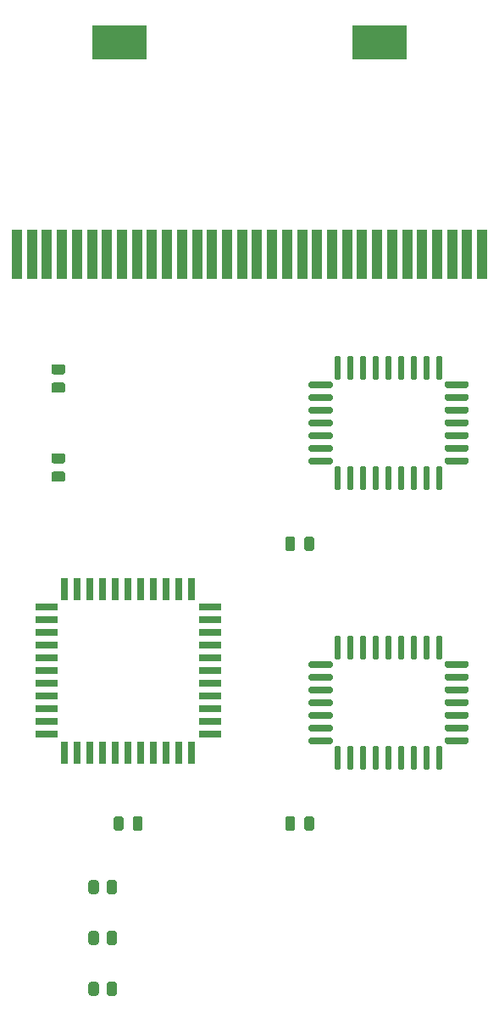
<source format=gtp>
%TF.GenerationSoftware,KiCad,Pcbnew,(5.1.10-1-10_14)*%
%TF.CreationDate,2023-03-15T03:50:06+08:00*%
%TF.ProjectId,GB_MemoryBackup_Mainboard,47425f4d-656d-46f7-9279-4261636b7570,1.0*%
%TF.SameCoordinates,Original*%
%TF.FileFunction,Paste,Top*%
%TF.FilePolarity,Positive*%
%FSLAX46Y46*%
G04 Gerber Fmt 4.6, Leading zero omitted, Abs format (unit mm)*
G04 Created by KiCad (PCBNEW (5.1.10-1-10_14)) date 2023-03-15 03:50:06*
%MOMM*%
%LPD*%
G01*
G04 APERTURE LIST*
%ADD10R,0.760000X2.300000*%
%ADD11R,2.300000X0.760000*%
%ADD12R,5.500000X3.500000*%
%ADD13R,1.000000X5.000000*%
G04 APERTURE END LIST*
%TO.C,U2*%
G36*
G01*
X97757000Y-79685000D02*
X95667000Y-79685000D01*
G75*
G02*
X95512000Y-79530000I0J155000D01*
G01*
X95512000Y-79220000D01*
G75*
G02*
X95667000Y-79065000I155000J0D01*
G01*
X97757000Y-79065000D01*
G75*
G02*
X97912000Y-79220000I0J-155000D01*
G01*
X97912000Y-79530000D01*
G75*
G02*
X97757000Y-79685000I-155000J0D01*
G01*
G37*
G36*
G01*
X97757000Y-78415000D02*
X95667000Y-78415000D01*
G75*
G02*
X95512000Y-78260000I0J155000D01*
G01*
X95512000Y-77950000D01*
G75*
G02*
X95667000Y-77795000I155000J0D01*
G01*
X97757000Y-77795000D01*
G75*
G02*
X97912000Y-77950000I0J-155000D01*
G01*
X97912000Y-78260000D01*
G75*
G02*
X97757000Y-78415000I-155000J0D01*
G01*
G37*
G36*
G01*
X97757000Y-77145000D02*
X95667000Y-77145000D01*
G75*
G02*
X95512000Y-76990000I0J155000D01*
G01*
X95512000Y-76680000D01*
G75*
G02*
X95667000Y-76525000I155000J0D01*
G01*
X97757000Y-76525000D01*
G75*
G02*
X97912000Y-76680000I0J-155000D01*
G01*
X97912000Y-76990000D01*
G75*
G02*
X97757000Y-77145000I-155000J0D01*
G01*
G37*
G36*
G01*
X98580000Y-76342000D02*
X98270000Y-76342000D01*
G75*
G02*
X98115000Y-76187000I0J155000D01*
G01*
X98115000Y-74097000D01*
G75*
G02*
X98270000Y-73942000I155000J0D01*
G01*
X98580000Y-73942000D01*
G75*
G02*
X98735000Y-74097000I0J-155000D01*
G01*
X98735000Y-76187000D01*
G75*
G02*
X98580000Y-76342000I-155000J0D01*
G01*
G37*
G36*
G01*
X99850000Y-76342000D02*
X99540000Y-76342000D01*
G75*
G02*
X99385000Y-76187000I0J155000D01*
G01*
X99385000Y-74097000D01*
G75*
G02*
X99540000Y-73942000I155000J0D01*
G01*
X99850000Y-73942000D01*
G75*
G02*
X100005000Y-74097000I0J-155000D01*
G01*
X100005000Y-76187000D01*
G75*
G02*
X99850000Y-76342000I-155000J0D01*
G01*
G37*
G36*
G01*
X101120000Y-76342000D02*
X100810000Y-76342000D01*
G75*
G02*
X100655000Y-76187000I0J155000D01*
G01*
X100655000Y-74097000D01*
G75*
G02*
X100810000Y-73942000I155000J0D01*
G01*
X101120000Y-73942000D01*
G75*
G02*
X101275000Y-74097000I0J-155000D01*
G01*
X101275000Y-76187000D01*
G75*
G02*
X101120000Y-76342000I-155000J0D01*
G01*
G37*
G36*
G01*
X102390000Y-76342000D02*
X102080000Y-76342000D01*
G75*
G02*
X101925000Y-76187000I0J155000D01*
G01*
X101925000Y-74097000D01*
G75*
G02*
X102080000Y-73942000I155000J0D01*
G01*
X102390000Y-73942000D01*
G75*
G02*
X102545000Y-74097000I0J-155000D01*
G01*
X102545000Y-76187000D01*
G75*
G02*
X102390000Y-76342000I-155000J0D01*
G01*
G37*
G36*
G01*
X103660000Y-76342000D02*
X103350000Y-76342000D01*
G75*
G02*
X103195000Y-76187000I0J155000D01*
G01*
X103195000Y-74097000D01*
G75*
G02*
X103350000Y-73942000I155000J0D01*
G01*
X103660000Y-73942000D01*
G75*
G02*
X103815000Y-74097000I0J-155000D01*
G01*
X103815000Y-76187000D01*
G75*
G02*
X103660000Y-76342000I-155000J0D01*
G01*
G37*
G36*
G01*
X104930000Y-76342000D02*
X104620000Y-76342000D01*
G75*
G02*
X104465000Y-76187000I0J155000D01*
G01*
X104465000Y-74097000D01*
G75*
G02*
X104620000Y-73942000I155000J0D01*
G01*
X104930000Y-73942000D01*
G75*
G02*
X105085000Y-74097000I0J-155000D01*
G01*
X105085000Y-76187000D01*
G75*
G02*
X104930000Y-76342000I-155000J0D01*
G01*
G37*
G36*
G01*
X106200000Y-76342000D02*
X105890000Y-76342000D01*
G75*
G02*
X105735000Y-76187000I0J155000D01*
G01*
X105735000Y-74097000D01*
G75*
G02*
X105890000Y-73942000I155000J0D01*
G01*
X106200000Y-73942000D01*
G75*
G02*
X106355000Y-74097000I0J-155000D01*
G01*
X106355000Y-76187000D01*
G75*
G02*
X106200000Y-76342000I-155000J0D01*
G01*
G37*
G36*
G01*
X107470000Y-76342000D02*
X107160000Y-76342000D01*
G75*
G02*
X107005000Y-76187000I0J155000D01*
G01*
X107005000Y-74097000D01*
G75*
G02*
X107160000Y-73942000I155000J0D01*
G01*
X107470000Y-73942000D01*
G75*
G02*
X107625000Y-74097000I0J-155000D01*
G01*
X107625000Y-76187000D01*
G75*
G02*
X107470000Y-76342000I-155000J0D01*
G01*
G37*
G36*
G01*
X108740000Y-76342000D02*
X108430000Y-76342000D01*
G75*
G02*
X108275000Y-76187000I0J155000D01*
G01*
X108275000Y-74097000D01*
G75*
G02*
X108430000Y-73942000I155000J0D01*
G01*
X108740000Y-73942000D01*
G75*
G02*
X108895000Y-74097000I0J-155000D01*
G01*
X108895000Y-76187000D01*
G75*
G02*
X108740000Y-76342000I-155000J0D01*
G01*
G37*
G36*
G01*
X111343000Y-77145000D02*
X109253000Y-77145000D01*
G75*
G02*
X109098000Y-76990000I0J155000D01*
G01*
X109098000Y-76680000D01*
G75*
G02*
X109253000Y-76525000I155000J0D01*
G01*
X111343000Y-76525000D01*
G75*
G02*
X111498000Y-76680000I0J-155000D01*
G01*
X111498000Y-76990000D01*
G75*
G02*
X111343000Y-77145000I-155000J0D01*
G01*
G37*
G36*
G01*
X111343000Y-78415000D02*
X109253000Y-78415000D01*
G75*
G02*
X109098000Y-78260000I0J155000D01*
G01*
X109098000Y-77950000D01*
G75*
G02*
X109253000Y-77795000I155000J0D01*
G01*
X111343000Y-77795000D01*
G75*
G02*
X111498000Y-77950000I0J-155000D01*
G01*
X111498000Y-78260000D01*
G75*
G02*
X111343000Y-78415000I-155000J0D01*
G01*
G37*
G36*
G01*
X111343000Y-79685000D02*
X109253000Y-79685000D01*
G75*
G02*
X109098000Y-79530000I0J155000D01*
G01*
X109098000Y-79220000D01*
G75*
G02*
X109253000Y-79065000I155000J0D01*
G01*
X111343000Y-79065000D01*
G75*
G02*
X111498000Y-79220000I0J-155000D01*
G01*
X111498000Y-79530000D01*
G75*
G02*
X111343000Y-79685000I-155000J0D01*
G01*
G37*
G36*
G01*
X111343000Y-80955000D02*
X109253000Y-80955000D01*
G75*
G02*
X109098000Y-80800000I0J155000D01*
G01*
X109098000Y-80490000D01*
G75*
G02*
X109253000Y-80335000I155000J0D01*
G01*
X111343000Y-80335000D01*
G75*
G02*
X111498000Y-80490000I0J-155000D01*
G01*
X111498000Y-80800000D01*
G75*
G02*
X111343000Y-80955000I-155000J0D01*
G01*
G37*
G36*
G01*
X111343000Y-82225000D02*
X109253000Y-82225000D01*
G75*
G02*
X109098000Y-82070000I0J155000D01*
G01*
X109098000Y-81760000D01*
G75*
G02*
X109253000Y-81605000I155000J0D01*
G01*
X111343000Y-81605000D01*
G75*
G02*
X111498000Y-81760000I0J-155000D01*
G01*
X111498000Y-82070000D01*
G75*
G02*
X111343000Y-82225000I-155000J0D01*
G01*
G37*
G36*
G01*
X111343000Y-83495000D02*
X109253000Y-83495000D01*
G75*
G02*
X109098000Y-83340000I0J155000D01*
G01*
X109098000Y-83030000D01*
G75*
G02*
X109253000Y-82875000I155000J0D01*
G01*
X111343000Y-82875000D01*
G75*
G02*
X111498000Y-83030000I0J-155000D01*
G01*
X111498000Y-83340000D01*
G75*
G02*
X111343000Y-83495000I-155000J0D01*
G01*
G37*
G36*
G01*
X111343000Y-84765000D02*
X109253000Y-84765000D01*
G75*
G02*
X109098000Y-84610000I0J155000D01*
G01*
X109098000Y-84300000D01*
G75*
G02*
X109253000Y-84145000I155000J0D01*
G01*
X111343000Y-84145000D01*
G75*
G02*
X111498000Y-84300000I0J-155000D01*
G01*
X111498000Y-84610000D01*
G75*
G02*
X111343000Y-84765000I-155000J0D01*
G01*
G37*
G36*
G01*
X108740000Y-87348000D02*
X108430000Y-87348000D01*
G75*
G02*
X108275000Y-87193000I0J155000D01*
G01*
X108275000Y-85103000D01*
G75*
G02*
X108430000Y-84948000I155000J0D01*
G01*
X108740000Y-84948000D01*
G75*
G02*
X108895000Y-85103000I0J-155000D01*
G01*
X108895000Y-87193000D01*
G75*
G02*
X108740000Y-87348000I-155000J0D01*
G01*
G37*
G36*
G01*
X107470000Y-87348000D02*
X107160000Y-87348000D01*
G75*
G02*
X107005000Y-87193000I0J155000D01*
G01*
X107005000Y-85103000D01*
G75*
G02*
X107160000Y-84948000I155000J0D01*
G01*
X107470000Y-84948000D01*
G75*
G02*
X107625000Y-85103000I0J-155000D01*
G01*
X107625000Y-87193000D01*
G75*
G02*
X107470000Y-87348000I-155000J0D01*
G01*
G37*
G36*
G01*
X106200000Y-87348000D02*
X105890000Y-87348000D01*
G75*
G02*
X105735000Y-87193000I0J155000D01*
G01*
X105735000Y-85103000D01*
G75*
G02*
X105890000Y-84948000I155000J0D01*
G01*
X106200000Y-84948000D01*
G75*
G02*
X106355000Y-85103000I0J-155000D01*
G01*
X106355000Y-87193000D01*
G75*
G02*
X106200000Y-87348000I-155000J0D01*
G01*
G37*
G36*
G01*
X104930000Y-87348000D02*
X104620000Y-87348000D01*
G75*
G02*
X104465000Y-87193000I0J155000D01*
G01*
X104465000Y-85103000D01*
G75*
G02*
X104620000Y-84948000I155000J0D01*
G01*
X104930000Y-84948000D01*
G75*
G02*
X105085000Y-85103000I0J-155000D01*
G01*
X105085000Y-87193000D01*
G75*
G02*
X104930000Y-87348000I-155000J0D01*
G01*
G37*
G36*
G01*
X103660000Y-87348000D02*
X103350000Y-87348000D01*
G75*
G02*
X103195000Y-87193000I0J155000D01*
G01*
X103195000Y-85103000D01*
G75*
G02*
X103350000Y-84948000I155000J0D01*
G01*
X103660000Y-84948000D01*
G75*
G02*
X103815000Y-85103000I0J-155000D01*
G01*
X103815000Y-87193000D01*
G75*
G02*
X103660000Y-87348000I-155000J0D01*
G01*
G37*
G36*
G01*
X102390000Y-87348000D02*
X102080000Y-87348000D01*
G75*
G02*
X101925000Y-87193000I0J155000D01*
G01*
X101925000Y-85103000D01*
G75*
G02*
X102080000Y-84948000I155000J0D01*
G01*
X102390000Y-84948000D01*
G75*
G02*
X102545000Y-85103000I0J-155000D01*
G01*
X102545000Y-87193000D01*
G75*
G02*
X102390000Y-87348000I-155000J0D01*
G01*
G37*
G36*
G01*
X101120000Y-87348000D02*
X100810000Y-87348000D01*
G75*
G02*
X100655000Y-87193000I0J155000D01*
G01*
X100655000Y-85103000D01*
G75*
G02*
X100810000Y-84948000I155000J0D01*
G01*
X101120000Y-84948000D01*
G75*
G02*
X101275000Y-85103000I0J-155000D01*
G01*
X101275000Y-87193000D01*
G75*
G02*
X101120000Y-87348000I-155000J0D01*
G01*
G37*
G36*
G01*
X99850000Y-87348000D02*
X99540000Y-87348000D01*
G75*
G02*
X99385000Y-87193000I0J155000D01*
G01*
X99385000Y-85103000D01*
G75*
G02*
X99540000Y-84948000I155000J0D01*
G01*
X99850000Y-84948000D01*
G75*
G02*
X100005000Y-85103000I0J-155000D01*
G01*
X100005000Y-87193000D01*
G75*
G02*
X99850000Y-87348000I-155000J0D01*
G01*
G37*
G36*
G01*
X98580000Y-87348000D02*
X98270000Y-87348000D01*
G75*
G02*
X98115000Y-87193000I0J155000D01*
G01*
X98115000Y-85103000D01*
G75*
G02*
X98270000Y-84948000I155000J0D01*
G01*
X98580000Y-84948000D01*
G75*
G02*
X98735000Y-85103000I0J-155000D01*
G01*
X98735000Y-87193000D01*
G75*
G02*
X98580000Y-87348000I-155000J0D01*
G01*
G37*
G36*
G01*
X97757000Y-84765000D02*
X95667000Y-84765000D01*
G75*
G02*
X95512000Y-84610000I0J155000D01*
G01*
X95512000Y-84300000D01*
G75*
G02*
X95667000Y-84145000I155000J0D01*
G01*
X97757000Y-84145000D01*
G75*
G02*
X97912000Y-84300000I0J-155000D01*
G01*
X97912000Y-84610000D01*
G75*
G02*
X97757000Y-84765000I-155000J0D01*
G01*
G37*
G36*
G01*
X97757000Y-83495000D02*
X95667000Y-83495000D01*
G75*
G02*
X95512000Y-83340000I0J155000D01*
G01*
X95512000Y-83030000D01*
G75*
G02*
X95667000Y-82875000I155000J0D01*
G01*
X97757000Y-82875000D01*
G75*
G02*
X97912000Y-83030000I0J-155000D01*
G01*
X97912000Y-83340000D01*
G75*
G02*
X97757000Y-83495000I-155000J0D01*
G01*
G37*
G36*
G01*
X97757000Y-82225000D02*
X95667000Y-82225000D01*
G75*
G02*
X95512000Y-82070000I0J155000D01*
G01*
X95512000Y-81760000D01*
G75*
G02*
X95667000Y-81605000I155000J0D01*
G01*
X97757000Y-81605000D01*
G75*
G02*
X97912000Y-81760000I0J-155000D01*
G01*
X97912000Y-82070000D01*
G75*
G02*
X97757000Y-82225000I-155000J0D01*
G01*
G37*
G36*
G01*
X97757000Y-80955000D02*
X95667000Y-80955000D01*
G75*
G02*
X95512000Y-80800000I0J155000D01*
G01*
X95512000Y-80490000D01*
G75*
G02*
X95667000Y-80335000I155000J0D01*
G01*
X97757000Y-80335000D01*
G75*
G02*
X97912000Y-80490000I0J-155000D01*
G01*
X97912000Y-80800000D01*
G75*
G02*
X97757000Y-80955000I-155000J0D01*
G01*
G37*
%TD*%
%TO.C,U1*%
G36*
G01*
X97757000Y-107625000D02*
X95667000Y-107625000D01*
G75*
G02*
X95512000Y-107470000I0J155000D01*
G01*
X95512000Y-107160000D01*
G75*
G02*
X95667000Y-107005000I155000J0D01*
G01*
X97757000Y-107005000D01*
G75*
G02*
X97912000Y-107160000I0J-155000D01*
G01*
X97912000Y-107470000D01*
G75*
G02*
X97757000Y-107625000I-155000J0D01*
G01*
G37*
G36*
G01*
X97757000Y-106355000D02*
X95667000Y-106355000D01*
G75*
G02*
X95512000Y-106200000I0J155000D01*
G01*
X95512000Y-105890000D01*
G75*
G02*
X95667000Y-105735000I155000J0D01*
G01*
X97757000Y-105735000D01*
G75*
G02*
X97912000Y-105890000I0J-155000D01*
G01*
X97912000Y-106200000D01*
G75*
G02*
X97757000Y-106355000I-155000J0D01*
G01*
G37*
G36*
G01*
X97757000Y-105085000D02*
X95667000Y-105085000D01*
G75*
G02*
X95512000Y-104930000I0J155000D01*
G01*
X95512000Y-104620000D01*
G75*
G02*
X95667000Y-104465000I155000J0D01*
G01*
X97757000Y-104465000D01*
G75*
G02*
X97912000Y-104620000I0J-155000D01*
G01*
X97912000Y-104930000D01*
G75*
G02*
X97757000Y-105085000I-155000J0D01*
G01*
G37*
G36*
G01*
X98580000Y-104282000D02*
X98270000Y-104282000D01*
G75*
G02*
X98115000Y-104127000I0J155000D01*
G01*
X98115000Y-102037000D01*
G75*
G02*
X98270000Y-101882000I155000J0D01*
G01*
X98580000Y-101882000D01*
G75*
G02*
X98735000Y-102037000I0J-155000D01*
G01*
X98735000Y-104127000D01*
G75*
G02*
X98580000Y-104282000I-155000J0D01*
G01*
G37*
G36*
G01*
X99850000Y-104282000D02*
X99540000Y-104282000D01*
G75*
G02*
X99385000Y-104127000I0J155000D01*
G01*
X99385000Y-102037000D01*
G75*
G02*
X99540000Y-101882000I155000J0D01*
G01*
X99850000Y-101882000D01*
G75*
G02*
X100005000Y-102037000I0J-155000D01*
G01*
X100005000Y-104127000D01*
G75*
G02*
X99850000Y-104282000I-155000J0D01*
G01*
G37*
G36*
G01*
X101120000Y-104282000D02*
X100810000Y-104282000D01*
G75*
G02*
X100655000Y-104127000I0J155000D01*
G01*
X100655000Y-102037000D01*
G75*
G02*
X100810000Y-101882000I155000J0D01*
G01*
X101120000Y-101882000D01*
G75*
G02*
X101275000Y-102037000I0J-155000D01*
G01*
X101275000Y-104127000D01*
G75*
G02*
X101120000Y-104282000I-155000J0D01*
G01*
G37*
G36*
G01*
X102390000Y-104282000D02*
X102080000Y-104282000D01*
G75*
G02*
X101925000Y-104127000I0J155000D01*
G01*
X101925000Y-102037000D01*
G75*
G02*
X102080000Y-101882000I155000J0D01*
G01*
X102390000Y-101882000D01*
G75*
G02*
X102545000Y-102037000I0J-155000D01*
G01*
X102545000Y-104127000D01*
G75*
G02*
X102390000Y-104282000I-155000J0D01*
G01*
G37*
G36*
G01*
X103660000Y-104282000D02*
X103350000Y-104282000D01*
G75*
G02*
X103195000Y-104127000I0J155000D01*
G01*
X103195000Y-102037000D01*
G75*
G02*
X103350000Y-101882000I155000J0D01*
G01*
X103660000Y-101882000D01*
G75*
G02*
X103815000Y-102037000I0J-155000D01*
G01*
X103815000Y-104127000D01*
G75*
G02*
X103660000Y-104282000I-155000J0D01*
G01*
G37*
G36*
G01*
X104930000Y-104282000D02*
X104620000Y-104282000D01*
G75*
G02*
X104465000Y-104127000I0J155000D01*
G01*
X104465000Y-102037000D01*
G75*
G02*
X104620000Y-101882000I155000J0D01*
G01*
X104930000Y-101882000D01*
G75*
G02*
X105085000Y-102037000I0J-155000D01*
G01*
X105085000Y-104127000D01*
G75*
G02*
X104930000Y-104282000I-155000J0D01*
G01*
G37*
G36*
G01*
X106200000Y-104282000D02*
X105890000Y-104282000D01*
G75*
G02*
X105735000Y-104127000I0J155000D01*
G01*
X105735000Y-102037000D01*
G75*
G02*
X105890000Y-101882000I155000J0D01*
G01*
X106200000Y-101882000D01*
G75*
G02*
X106355000Y-102037000I0J-155000D01*
G01*
X106355000Y-104127000D01*
G75*
G02*
X106200000Y-104282000I-155000J0D01*
G01*
G37*
G36*
G01*
X107470000Y-104282000D02*
X107160000Y-104282000D01*
G75*
G02*
X107005000Y-104127000I0J155000D01*
G01*
X107005000Y-102037000D01*
G75*
G02*
X107160000Y-101882000I155000J0D01*
G01*
X107470000Y-101882000D01*
G75*
G02*
X107625000Y-102037000I0J-155000D01*
G01*
X107625000Y-104127000D01*
G75*
G02*
X107470000Y-104282000I-155000J0D01*
G01*
G37*
G36*
G01*
X108740000Y-104282000D02*
X108430000Y-104282000D01*
G75*
G02*
X108275000Y-104127000I0J155000D01*
G01*
X108275000Y-102037000D01*
G75*
G02*
X108430000Y-101882000I155000J0D01*
G01*
X108740000Y-101882000D01*
G75*
G02*
X108895000Y-102037000I0J-155000D01*
G01*
X108895000Y-104127000D01*
G75*
G02*
X108740000Y-104282000I-155000J0D01*
G01*
G37*
G36*
G01*
X111343000Y-105085000D02*
X109253000Y-105085000D01*
G75*
G02*
X109098000Y-104930000I0J155000D01*
G01*
X109098000Y-104620000D01*
G75*
G02*
X109253000Y-104465000I155000J0D01*
G01*
X111343000Y-104465000D01*
G75*
G02*
X111498000Y-104620000I0J-155000D01*
G01*
X111498000Y-104930000D01*
G75*
G02*
X111343000Y-105085000I-155000J0D01*
G01*
G37*
G36*
G01*
X111343000Y-106355000D02*
X109253000Y-106355000D01*
G75*
G02*
X109098000Y-106200000I0J155000D01*
G01*
X109098000Y-105890000D01*
G75*
G02*
X109253000Y-105735000I155000J0D01*
G01*
X111343000Y-105735000D01*
G75*
G02*
X111498000Y-105890000I0J-155000D01*
G01*
X111498000Y-106200000D01*
G75*
G02*
X111343000Y-106355000I-155000J0D01*
G01*
G37*
G36*
G01*
X111343000Y-107625000D02*
X109253000Y-107625000D01*
G75*
G02*
X109098000Y-107470000I0J155000D01*
G01*
X109098000Y-107160000D01*
G75*
G02*
X109253000Y-107005000I155000J0D01*
G01*
X111343000Y-107005000D01*
G75*
G02*
X111498000Y-107160000I0J-155000D01*
G01*
X111498000Y-107470000D01*
G75*
G02*
X111343000Y-107625000I-155000J0D01*
G01*
G37*
G36*
G01*
X111343000Y-108895000D02*
X109253000Y-108895000D01*
G75*
G02*
X109098000Y-108740000I0J155000D01*
G01*
X109098000Y-108430000D01*
G75*
G02*
X109253000Y-108275000I155000J0D01*
G01*
X111343000Y-108275000D01*
G75*
G02*
X111498000Y-108430000I0J-155000D01*
G01*
X111498000Y-108740000D01*
G75*
G02*
X111343000Y-108895000I-155000J0D01*
G01*
G37*
G36*
G01*
X111343000Y-110165000D02*
X109253000Y-110165000D01*
G75*
G02*
X109098000Y-110010000I0J155000D01*
G01*
X109098000Y-109700000D01*
G75*
G02*
X109253000Y-109545000I155000J0D01*
G01*
X111343000Y-109545000D01*
G75*
G02*
X111498000Y-109700000I0J-155000D01*
G01*
X111498000Y-110010000D01*
G75*
G02*
X111343000Y-110165000I-155000J0D01*
G01*
G37*
G36*
G01*
X111343000Y-111435000D02*
X109253000Y-111435000D01*
G75*
G02*
X109098000Y-111280000I0J155000D01*
G01*
X109098000Y-110970000D01*
G75*
G02*
X109253000Y-110815000I155000J0D01*
G01*
X111343000Y-110815000D01*
G75*
G02*
X111498000Y-110970000I0J-155000D01*
G01*
X111498000Y-111280000D01*
G75*
G02*
X111343000Y-111435000I-155000J0D01*
G01*
G37*
G36*
G01*
X111343000Y-112705000D02*
X109253000Y-112705000D01*
G75*
G02*
X109098000Y-112550000I0J155000D01*
G01*
X109098000Y-112240000D01*
G75*
G02*
X109253000Y-112085000I155000J0D01*
G01*
X111343000Y-112085000D01*
G75*
G02*
X111498000Y-112240000I0J-155000D01*
G01*
X111498000Y-112550000D01*
G75*
G02*
X111343000Y-112705000I-155000J0D01*
G01*
G37*
G36*
G01*
X108740000Y-115288000D02*
X108430000Y-115288000D01*
G75*
G02*
X108275000Y-115133000I0J155000D01*
G01*
X108275000Y-113043000D01*
G75*
G02*
X108430000Y-112888000I155000J0D01*
G01*
X108740000Y-112888000D01*
G75*
G02*
X108895000Y-113043000I0J-155000D01*
G01*
X108895000Y-115133000D01*
G75*
G02*
X108740000Y-115288000I-155000J0D01*
G01*
G37*
G36*
G01*
X107470000Y-115288000D02*
X107160000Y-115288000D01*
G75*
G02*
X107005000Y-115133000I0J155000D01*
G01*
X107005000Y-113043000D01*
G75*
G02*
X107160000Y-112888000I155000J0D01*
G01*
X107470000Y-112888000D01*
G75*
G02*
X107625000Y-113043000I0J-155000D01*
G01*
X107625000Y-115133000D01*
G75*
G02*
X107470000Y-115288000I-155000J0D01*
G01*
G37*
G36*
G01*
X106200000Y-115288000D02*
X105890000Y-115288000D01*
G75*
G02*
X105735000Y-115133000I0J155000D01*
G01*
X105735000Y-113043000D01*
G75*
G02*
X105890000Y-112888000I155000J0D01*
G01*
X106200000Y-112888000D01*
G75*
G02*
X106355000Y-113043000I0J-155000D01*
G01*
X106355000Y-115133000D01*
G75*
G02*
X106200000Y-115288000I-155000J0D01*
G01*
G37*
G36*
G01*
X104930000Y-115288000D02*
X104620000Y-115288000D01*
G75*
G02*
X104465000Y-115133000I0J155000D01*
G01*
X104465000Y-113043000D01*
G75*
G02*
X104620000Y-112888000I155000J0D01*
G01*
X104930000Y-112888000D01*
G75*
G02*
X105085000Y-113043000I0J-155000D01*
G01*
X105085000Y-115133000D01*
G75*
G02*
X104930000Y-115288000I-155000J0D01*
G01*
G37*
G36*
G01*
X103660000Y-115288000D02*
X103350000Y-115288000D01*
G75*
G02*
X103195000Y-115133000I0J155000D01*
G01*
X103195000Y-113043000D01*
G75*
G02*
X103350000Y-112888000I155000J0D01*
G01*
X103660000Y-112888000D01*
G75*
G02*
X103815000Y-113043000I0J-155000D01*
G01*
X103815000Y-115133000D01*
G75*
G02*
X103660000Y-115288000I-155000J0D01*
G01*
G37*
G36*
G01*
X102390000Y-115288000D02*
X102080000Y-115288000D01*
G75*
G02*
X101925000Y-115133000I0J155000D01*
G01*
X101925000Y-113043000D01*
G75*
G02*
X102080000Y-112888000I155000J0D01*
G01*
X102390000Y-112888000D01*
G75*
G02*
X102545000Y-113043000I0J-155000D01*
G01*
X102545000Y-115133000D01*
G75*
G02*
X102390000Y-115288000I-155000J0D01*
G01*
G37*
G36*
G01*
X101120000Y-115288000D02*
X100810000Y-115288000D01*
G75*
G02*
X100655000Y-115133000I0J155000D01*
G01*
X100655000Y-113043000D01*
G75*
G02*
X100810000Y-112888000I155000J0D01*
G01*
X101120000Y-112888000D01*
G75*
G02*
X101275000Y-113043000I0J-155000D01*
G01*
X101275000Y-115133000D01*
G75*
G02*
X101120000Y-115288000I-155000J0D01*
G01*
G37*
G36*
G01*
X99850000Y-115288000D02*
X99540000Y-115288000D01*
G75*
G02*
X99385000Y-115133000I0J155000D01*
G01*
X99385000Y-113043000D01*
G75*
G02*
X99540000Y-112888000I155000J0D01*
G01*
X99850000Y-112888000D01*
G75*
G02*
X100005000Y-113043000I0J-155000D01*
G01*
X100005000Y-115133000D01*
G75*
G02*
X99850000Y-115288000I-155000J0D01*
G01*
G37*
G36*
G01*
X98580000Y-115288000D02*
X98270000Y-115288000D01*
G75*
G02*
X98115000Y-115133000I0J155000D01*
G01*
X98115000Y-113043000D01*
G75*
G02*
X98270000Y-112888000I155000J0D01*
G01*
X98580000Y-112888000D01*
G75*
G02*
X98735000Y-113043000I0J-155000D01*
G01*
X98735000Y-115133000D01*
G75*
G02*
X98580000Y-115288000I-155000J0D01*
G01*
G37*
G36*
G01*
X97757000Y-112705000D02*
X95667000Y-112705000D01*
G75*
G02*
X95512000Y-112550000I0J155000D01*
G01*
X95512000Y-112240000D01*
G75*
G02*
X95667000Y-112085000I155000J0D01*
G01*
X97757000Y-112085000D01*
G75*
G02*
X97912000Y-112240000I0J-155000D01*
G01*
X97912000Y-112550000D01*
G75*
G02*
X97757000Y-112705000I-155000J0D01*
G01*
G37*
G36*
G01*
X97757000Y-111435000D02*
X95667000Y-111435000D01*
G75*
G02*
X95512000Y-111280000I0J155000D01*
G01*
X95512000Y-110970000D01*
G75*
G02*
X95667000Y-110815000I155000J0D01*
G01*
X97757000Y-110815000D01*
G75*
G02*
X97912000Y-110970000I0J-155000D01*
G01*
X97912000Y-111280000D01*
G75*
G02*
X97757000Y-111435000I-155000J0D01*
G01*
G37*
G36*
G01*
X97757000Y-110165000D02*
X95667000Y-110165000D01*
G75*
G02*
X95512000Y-110010000I0J155000D01*
G01*
X95512000Y-109700000D01*
G75*
G02*
X95667000Y-109545000I155000J0D01*
G01*
X97757000Y-109545000D01*
G75*
G02*
X97912000Y-109700000I0J-155000D01*
G01*
X97912000Y-110010000D01*
G75*
G02*
X97757000Y-110165000I-155000J0D01*
G01*
G37*
G36*
G01*
X97757000Y-108895000D02*
X95667000Y-108895000D01*
G75*
G02*
X95512000Y-108740000I0J155000D01*
G01*
X95512000Y-108430000D01*
G75*
G02*
X95667000Y-108275000I155000J0D01*
G01*
X97757000Y-108275000D01*
G75*
G02*
X97912000Y-108430000I0J-155000D01*
G01*
X97912000Y-108740000D01*
G75*
G02*
X97757000Y-108895000I-155000J0D01*
G01*
G37*
%TD*%
D10*
%TO.C,U3*%
X71120000Y-97260000D03*
X72390000Y-97260000D03*
X73660000Y-97260000D03*
X74930000Y-97260000D03*
X76200000Y-97260000D03*
X77470000Y-97260000D03*
X78740000Y-97260000D03*
X80010000Y-97260000D03*
X81280000Y-97260000D03*
X82550000Y-97260000D03*
X83820000Y-97260000D03*
D11*
X85620000Y-99060000D03*
X85620000Y-100330000D03*
X85620000Y-101600000D03*
X85620000Y-102870000D03*
X85620000Y-104140000D03*
X85620000Y-105410000D03*
X85620000Y-106680000D03*
X85620000Y-107950000D03*
X85620000Y-109220000D03*
X85620000Y-110490000D03*
X85620000Y-111760000D03*
D10*
X83820000Y-113560000D03*
X82550000Y-113560000D03*
X81280000Y-113560000D03*
X80010000Y-113560000D03*
X78740000Y-113560000D03*
X77470000Y-113560000D03*
X76200000Y-113560000D03*
X74930000Y-113560000D03*
X73660000Y-113560000D03*
X72390000Y-113560000D03*
X71120000Y-113560000D03*
D11*
X69320000Y-99060000D03*
X69320000Y-100330000D03*
X69320000Y-101600000D03*
X69320000Y-102870000D03*
X69320000Y-104140000D03*
X69320000Y-111760000D03*
X69320000Y-110490000D03*
X69320000Y-109220000D03*
X69320000Y-107950000D03*
X69320000Y-106680000D03*
X69320000Y-105410000D03*
%TD*%
%TO.C,R13*%
G36*
G01*
X75330000Y-137610001D02*
X75330000Y-136709999D01*
G75*
G02*
X75579999Y-136460000I249999J0D01*
G01*
X76105001Y-136460000D01*
G75*
G02*
X76355000Y-136709999I0J-249999D01*
G01*
X76355000Y-137610001D01*
G75*
G02*
X76105001Y-137860000I-249999J0D01*
G01*
X75579999Y-137860000D01*
G75*
G02*
X75330000Y-137610001I0J249999D01*
G01*
G37*
G36*
G01*
X73505000Y-137610001D02*
X73505000Y-136709999D01*
G75*
G02*
X73754999Y-136460000I249999J0D01*
G01*
X74280001Y-136460000D01*
G75*
G02*
X74530000Y-136709999I0J-249999D01*
G01*
X74530000Y-137610001D01*
G75*
G02*
X74280001Y-137860000I-249999J0D01*
G01*
X73754999Y-137860000D01*
G75*
G02*
X73505000Y-137610001I0J249999D01*
G01*
G37*
%TD*%
%TO.C,R12*%
G36*
G01*
X75330000Y-127450001D02*
X75330000Y-126549999D01*
G75*
G02*
X75579999Y-126300000I249999J0D01*
G01*
X76105001Y-126300000D01*
G75*
G02*
X76355000Y-126549999I0J-249999D01*
G01*
X76355000Y-127450001D01*
G75*
G02*
X76105001Y-127700000I-249999J0D01*
G01*
X75579999Y-127700000D01*
G75*
G02*
X75330000Y-127450001I0J249999D01*
G01*
G37*
G36*
G01*
X73505000Y-127450001D02*
X73505000Y-126549999D01*
G75*
G02*
X73754999Y-126300000I249999J0D01*
G01*
X74280001Y-126300000D01*
G75*
G02*
X74530000Y-126549999I0J-249999D01*
G01*
X74530000Y-127450001D01*
G75*
G02*
X74280001Y-127700000I-249999J0D01*
G01*
X73754999Y-127700000D01*
G75*
G02*
X73505000Y-127450001I0J249999D01*
G01*
G37*
%TD*%
%TO.C,R11*%
G36*
G01*
X75330000Y-132530001D02*
X75330000Y-131629999D01*
G75*
G02*
X75579999Y-131380000I249999J0D01*
G01*
X76105001Y-131380000D01*
G75*
G02*
X76355000Y-131629999I0J-249999D01*
G01*
X76355000Y-132530001D01*
G75*
G02*
X76105001Y-132780000I-249999J0D01*
G01*
X75579999Y-132780000D01*
G75*
G02*
X75330000Y-132530001I0J249999D01*
G01*
G37*
G36*
G01*
X73505000Y-132530001D02*
X73505000Y-131629999D01*
G75*
G02*
X73754999Y-131380000I249999J0D01*
G01*
X74280001Y-131380000D01*
G75*
G02*
X74530000Y-131629999I0J-249999D01*
G01*
X74530000Y-132530001D01*
G75*
G02*
X74280001Y-132780000I-249999J0D01*
G01*
X73754999Y-132780000D01*
G75*
G02*
X73505000Y-132530001I0J249999D01*
G01*
G37*
%TD*%
%TO.C,R2*%
G36*
G01*
X70034999Y-85490000D02*
X70935001Y-85490000D01*
G75*
G02*
X71185000Y-85739999I0J-249999D01*
G01*
X71185000Y-86265001D01*
G75*
G02*
X70935001Y-86515000I-249999J0D01*
G01*
X70034999Y-86515000D01*
G75*
G02*
X69785000Y-86265001I0J249999D01*
G01*
X69785000Y-85739999D01*
G75*
G02*
X70034999Y-85490000I249999J0D01*
G01*
G37*
G36*
G01*
X70034999Y-83665000D02*
X70935001Y-83665000D01*
G75*
G02*
X71185000Y-83914999I0J-249999D01*
G01*
X71185000Y-84440001D01*
G75*
G02*
X70935001Y-84690000I-249999J0D01*
G01*
X70034999Y-84690000D01*
G75*
G02*
X69785000Y-84440001I0J249999D01*
G01*
X69785000Y-83914999D01*
G75*
G02*
X70034999Y-83665000I249999J0D01*
G01*
G37*
%TD*%
%TO.C,R1*%
G36*
G01*
X70034999Y-76600000D02*
X70935001Y-76600000D01*
G75*
G02*
X71185000Y-76849999I0J-249999D01*
G01*
X71185000Y-77375001D01*
G75*
G02*
X70935001Y-77625000I-249999J0D01*
G01*
X70034999Y-77625000D01*
G75*
G02*
X69785000Y-77375001I0J249999D01*
G01*
X69785000Y-76849999D01*
G75*
G02*
X70034999Y-76600000I249999J0D01*
G01*
G37*
G36*
G01*
X70034999Y-74775000D02*
X70935001Y-74775000D01*
G75*
G02*
X71185000Y-75024999I0J-249999D01*
G01*
X71185000Y-75550001D01*
G75*
G02*
X70935001Y-75800000I-249999J0D01*
G01*
X70034999Y-75800000D01*
G75*
G02*
X69785000Y-75550001I0J249999D01*
G01*
X69785000Y-75024999D01*
G75*
G02*
X70034999Y-74775000I249999J0D01*
G01*
G37*
%TD*%
D12*
%TO.C,J2*%
X102600000Y-42590000D03*
X76600000Y-42590000D03*
D13*
X112850000Y-63840000D03*
X111350000Y-63840000D03*
X109850000Y-63840000D03*
X108350000Y-63840000D03*
X106850000Y-63840000D03*
X105350000Y-63840000D03*
X103850000Y-63840000D03*
X102350000Y-63840000D03*
X100850000Y-63840000D03*
X99350000Y-63840000D03*
X97850000Y-63840000D03*
X96350000Y-63840000D03*
X94850000Y-63840000D03*
X93350000Y-63840000D03*
X91850000Y-63840000D03*
X90350000Y-63840000D03*
X88850000Y-63840000D03*
X87350000Y-63840000D03*
X85850000Y-63840000D03*
X84350000Y-63840000D03*
X82850000Y-63840000D03*
X81350000Y-63840000D03*
X79850000Y-63840000D03*
X78350000Y-63840000D03*
X76850000Y-63840000D03*
X75350000Y-63840000D03*
X73850000Y-63840000D03*
X72350000Y-63840000D03*
X70850000Y-63840000D03*
X69350000Y-63840000D03*
X67850000Y-63840000D03*
X66350000Y-63840000D03*
%TD*%
%TO.C,C3*%
G36*
G01*
X77920000Y-121125000D02*
X77920000Y-120175000D01*
G75*
G02*
X78170000Y-119925000I250000J0D01*
G01*
X78670000Y-119925000D01*
G75*
G02*
X78920000Y-120175000I0J-250000D01*
G01*
X78920000Y-121125000D01*
G75*
G02*
X78670000Y-121375000I-250000J0D01*
G01*
X78170000Y-121375000D01*
G75*
G02*
X77920000Y-121125000I0J250000D01*
G01*
G37*
G36*
G01*
X76020000Y-121125000D02*
X76020000Y-120175000D01*
G75*
G02*
X76270000Y-119925000I250000J0D01*
G01*
X76770000Y-119925000D01*
G75*
G02*
X77020000Y-120175000I0J-250000D01*
G01*
X77020000Y-121125000D01*
G75*
G02*
X76770000Y-121375000I-250000J0D01*
G01*
X76270000Y-121375000D01*
G75*
G02*
X76020000Y-121125000I0J250000D01*
G01*
G37*
%TD*%
%TO.C,C2*%
G36*
G01*
X94165000Y-92235000D02*
X94165000Y-93185000D01*
G75*
G02*
X93915000Y-93435000I-250000J0D01*
G01*
X93415000Y-93435000D01*
G75*
G02*
X93165000Y-93185000I0J250000D01*
G01*
X93165000Y-92235000D01*
G75*
G02*
X93415000Y-91985000I250000J0D01*
G01*
X93915000Y-91985000D01*
G75*
G02*
X94165000Y-92235000I0J-250000D01*
G01*
G37*
G36*
G01*
X96065000Y-92235000D02*
X96065000Y-93185000D01*
G75*
G02*
X95815000Y-93435000I-250000J0D01*
G01*
X95315000Y-93435000D01*
G75*
G02*
X95065000Y-93185000I0J250000D01*
G01*
X95065000Y-92235000D01*
G75*
G02*
X95315000Y-91985000I250000J0D01*
G01*
X95815000Y-91985000D01*
G75*
G02*
X96065000Y-92235000I0J-250000D01*
G01*
G37*
%TD*%
%TO.C,C1*%
G36*
G01*
X94165000Y-120175000D02*
X94165000Y-121125000D01*
G75*
G02*
X93915000Y-121375000I-250000J0D01*
G01*
X93415000Y-121375000D01*
G75*
G02*
X93165000Y-121125000I0J250000D01*
G01*
X93165000Y-120175000D01*
G75*
G02*
X93415000Y-119925000I250000J0D01*
G01*
X93915000Y-119925000D01*
G75*
G02*
X94165000Y-120175000I0J-250000D01*
G01*
G37*
G36*
G01*
X96065000Y-120175000D02*
X96065000Y-121125000D01*
G75*
G02*
X95815000Y-121375000I-250000J0D01*
G01*
X95315000Y-121375000D01*
G75*
G02*
X95065000Y-121125000I0J250000D01*
G01*
X95065000Y-120175000D01*
G75*
G02*
X95315000Y-119925000I250000J0D01*
G01*
X95815000Y-119925000D01*
G75*
G02*
X96065000Y-120175000I0J-250000D01*
G01*
G37*
%TD*%
M02*

</source>
